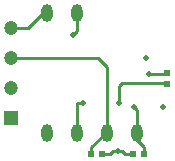
<source format=gtl>
G04 Layer_Physical_Order=1*
G04 Layer_Color=255*
%FSLAX25Y25*%
%MOIN*%
G70*
G01*
G75*
%ADD10R,0.02362X0.02362*%
%ADD11O,0.03740X0.05906*%
%ADD12R,0.02362X0.02362*%
%ADD13C,0.01000*%
%ADD14C,0.04724*%
%ADD15R,0.04724X0.04724*%
%ADD16C,0.02000*%
D10*
X1228Y-27000D02*
D03*
X4772D02*
D03*
X18772Y-27000D02*
D03*
X15228D02*
D03*
D11*
X-3500Y20000D02*
D03*
X-13500D02*
D03*
Y-20000D02*
D03*
X-3500D02*
D03*
X6500D02*
D03*
X16500D02*
D03*
D12*
X26500Y-3772D02*
D03*
Y-228D02*
D03*
D13*
X-3500Y14000D02*
Y20000D01*
X-5000Y12500D02*
X-3500Y14000D01*
X20500Y-500D02*
X26228D01*
X26500Y-228D01*
X26272Y-3543D02*
X26500Y-3772D01*
X11457Y-3543D02*
X26272D01*
X3500Y5000D02*
X6500Y2000D01*
Y-20000D02*
Y2000D01*
X-3500Y-20000D02*
Y-10000D01*
X15000Y-21000D02*
X18772Y-24772D01*
X15500Y-11500D02*
X16500Y-12500D01*
Y-20000D02*
Y-12500D01*
X10500Y-4500D02*
X11457Y-3543D01*
X10500Y-10000D02*
Y-4500D01*
X-3500Y-10000D02*
X-1500D01*
X-23500Y5000D02*
X3500D01*
X-23500Y15000D02*
X-20000D01*
X-15000Y20000D01*
X1228Y-24772D02*
X5000Y-21000D01*
X1228Y-27000D02*
Y-24772D01*
X18772Y-27000D02*
Y-24772D01*
X10000Y-26000D02*
X11500D01*
X12500Y-27000D01*
X15228D01*
X8500Y-26000D02*
X10000D01*
X7500Y-27000D02*
X8500Y-26000D01*
X4772Y-27000D02*
X7500D01*
D14*
X-25500Y15000D02*
D03*
Y5000D02*
D03*
Y-5000D02*
D03*
D15*
Y-15000D02*
D03*
D16*
X-5000Y12500D02*
D03*
X19500Y5000D02*
D03*
X20500Y-500D02*
D03*
X25000Y-11500D02*
D03*
X10500Y-10000D02*
D03*
X-1500D02*
D03*
X15500Y-11500D02*
D03*
X10000Y-26000D02*
D03*
M02*

</source>
